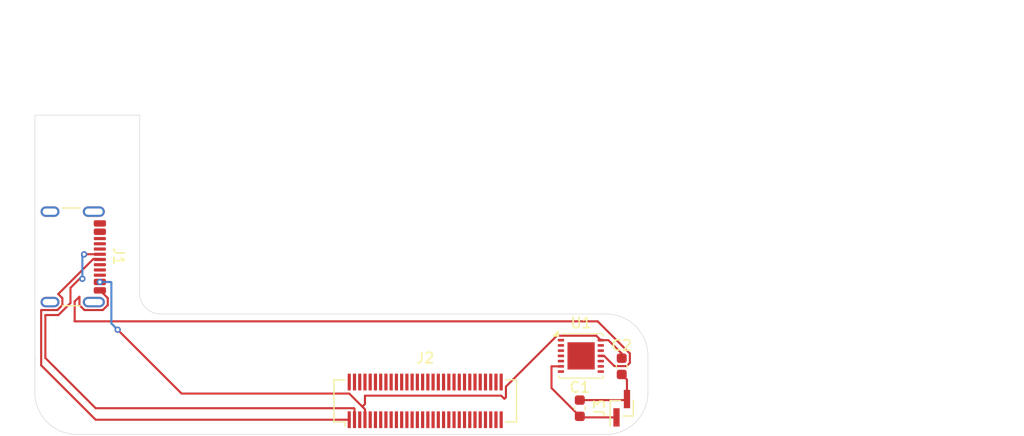
<source format=kicad_pcb>
(kicad_pcb (version 20241229) (generator "pcbnew") (generator_version "9.0")
  (layers (0 "F.Cu" signal) (2 "B.Cu" signal) (13 "F.Paste" user) (15 "B.Paste" user) (5 "F.SilkS" user "F.Silkscreen") (7 "B.SilkS" user "B.Silkscreen") (1 "F.Mask" user) (3 "B.Mask" user) (25 "Edge.Cuts" user))
  (net 0 "")
  (net 1 "Net-(U1-GND)")
  (net 2 "Net-(J3-Pin_1)")
  (net 13 "Net-(U1-CHG_IN)")
  (net 19 "Net-(J1-D--PadA7)")
  (net 22 "Net-(J1-D+-PadA6)")
  (net 81 "GND")
  (footprint "Package_SON:WSON-14-1EP_4.0x4.0mm_P0.5mm_EP2.6x2.6mm" (layer "F.Cu") (at 188.1 110)
    (property "Reference" "U1" (at 0.027363 -3.153276 0) (layer "F.SilkS"))
    (property "Value" "LP3947" (hide yes))
    (fp_line (start -2.1 1.89) (end -2.1 2.125) (stroke (width 0.1)) (layer "F.SilkS"))
    (fp_line (start 2.125 -2.125) (end -1.78 -2.125) (stroke (width 0.1)) (layer "F.SilkS"))
    (fp_line (start 2.125 -2.125) (end 2.125 -1.89) (stroke (width 0.1)) (layer "F.SilkS"))
    (fp_line (start 2.125 1.89) (end 2.125 2.125) (stroke (width 0.1)) (layer "F.SilkS"))
    (fp_line (start 2.125 2.125) (end -2.1 2.125) (stroke (width 0.1)) (layer "F.SilkS"))
    (fp_poly (pts (xy -2.14 -1.89) (xy -2.62 -1.89) (xy -2.14 -2.37) (xy -2.14 -1.89)) (stroke (width 0.12)) (fill yes) (layer "F.SilkS"))
    (pad "1" smd roundrect (at -1.9 -1.5 270) (size 0.25 0.6) (layers "F.Cu" "F.Mask" "F.Paste"))
    (pad "2" smd roundrect (at -1.9 -1 270) (size 0.25 0.6) (layers "F.Cu" "F.Mask" "F.Paste"))
    (pad "3" smd roundrect (at -1.9 -0.5 270) (size 0.25 0.6) (layers "F.Cu" "F.Mask" "F.Paste"))
    (pad "4" smd roundrect (at -1.9 0 270) (size 0.25 0.6) (layers "F.Cu" "F.Mask" "F.Paste") (net 2 "Net-(J3-Pin_1)"))
    (pad "5" smd roundrect (at -1.9 0.5 270) (size 0.25 0.6) (layers "F.Cu" "F.Mask" "F.Paste"))
    (pad "6" smd roundrect (at -1.9 1 270) (size 0.25 0.6) (layers "F.Cu" "F.Mask" "F.Paste") (net 2 "Net-(J3-Pin_1)"))
    (pad "7" smd roundrect (at -1.9 1.5 270) (size 0.25 0.6) (layers "F.Cu" "F.Mask" "F.Paste"))
    (pad "8" smd roundrect (at 1.9 1.5 270) (size 0.25 0.6) (layers "F.Cu" "F.Mask" "F.Paste"))
    (pad "9" smd roundrect (at 1.9 1 270) (size 0.25 0.6) (layers "F.Cu" "F.Mask" "F.Paste"))
    (pad "10" smd roundrect (at 1.9 0.5 270) (size 0.25 0.6) (layers "F.Cu" "F.Mask" "F.Paste"))
    (pad "11" smd roundrect (at 1.9 0 270) (size 0.25 0.6) (layers "F.Cu" "F.Mask" "F.Paste") (net 1 "Net-(U1-GND)"))
    (pad "12" smd roundrect (at 1.9 -0.5 270) (size 0.25 0.6) (layers "F.Cu" "F.Mask" "F.Paste"))
    (pad "13" smd roundrect (at 1.9 -1 270) (size 0.25 0.6) (layers "F.Cu" "F.Mask" "F.Paste"))
    (pad "14" smd roundrect (at 1.9 -1.5 270) (size 0.25 0.6) (layers "F.Cu" "F.Mask" "F.Paste") (net 13 "Net-(U1-CHG_IN)"))
    (pad "15" smd rect (at 0.025 0 270) (size 2.6 2.6) (layers "F.Cu" "F.Mask"))
  )
  (footprint "Capacitor_SMD:C_0603_1608Metric" (layer "F.Cu") (at 188 115 -90)
    (property "Reference" "C1" (at -2 0 180) (layer "F.SilkS"))
    (property "Value" "10uF")
    (fp_line (start -0.14058 0.51) (end 0.14058 0.51) (stroke (width 0.12)) (layer "F.SilkS"))
    (fp_line (start -0.14058 -0.51) (end 0.14058 -0.51) (stroke (width 0.12)) (layer "F.SilkS"))
    (pad "1" smd roundrect (at -0.775 0 270) (size 0.9 0.95) (layers "F.Cu" "F.Mask" "F.Paste") (net 81 "GND"))
    (pad "2" smd roundrect (at 0.775 0 270) (size 0.9 0.95) (layers "F.Cu" "F.Mask" "F.Paste") (net 2 "Net-(J3-Pin_1)"))
  )
  (footprint "Connector_Hirose:Hirose_DF12_DF12E3.0-60DP-0.5V_2x30_P0.50mm_Vertical" (layer "F.Cu") (at 173.25 114.3)
    (property "Reference" "J2" (at 0 -4.1 0) (layer "F.SilkS"))
    (property "Value" "DF12NC_3.0_-60DS-0.5V_51_" (hide yes))
    (fp_line (start -8.71 -2.01) (end -7.66 -2.01) (stroke (width 0.12)) (layer "F.SilkS"))
    (fp_line (start -8.71 2.01) (end -8.71 -2.01) (stroke (width 0.12)) (layer "F.SilkS"))
    (fp_line (start -7.66 2.01) (end -8.71 2.01) (stroke (width 0.12)) (layer "F.SilkS"))
    (fp_line (start -7.66 2.433333) (end -7.66 2.01) (stroke (width 0.12)) (layer "F.SilkS"))
    (fp_line (start 7.66 2.01) (end 8.71 2.01) (stroke (width 0.12)) (layer "F.SilkS"))
    (fp_line (start 8.71 -2.01) (end 7.66 -2.01) (stroke (width 0.12)) (layer "F.SilkS"))
    (fp_line (start 8.71 2.01) (end 8.71 -2.01) (stroke (width 0.12)) (layer "F.SilkS"))
    (pad "1" smd rect (at -7.25 1.8) (size 0.3 1.6) (layers "F.Cu" "F.Mask") (net 19 "Net-(J1-D--PadA7)"))
    (pad "2" smd rect (at -6.75 1.8) (size 0.3 1.6) (layers "F.Cu" "F.Mask") (net 22 "Net-(J1-D+-PadA6)"))
    (pad "3" smd rect (at -6.25 1.8) (size 0.3 1.6) (layers "F.Cu" "F.Mask"))
    (pad "4" smd rect (at -5.75 1.8) (size 0.3 1.6) (layers "F.Cu" "F.Mask") (net 13 "Net-(U1-CHG_IN)"))
    (pad "5" smd rect (at -5.25 1.8) (size 0.3 1.6) (layers "F.Cu" "F.Mask"))
    (pad "6" smd rect (at -4.75 1.8) (size 0.3 1.6) (layers "F.Cu" "F.Mask"))
    (pad "7" smd rect (at -4.25 1.8) (size 0.3 1.6) (layers "F.Cu" "F.Mask"))
    (pad "8" smd rect (at -3.75 1.8) (size 0.3 1.6) (layers "F.Cu" "F.Mask"))
    (pad "9" smd rect (at -3.25 1.8) (size 0.3 1.6) (layers "F.Cu" "F.Mask"))
    (pad "10" smd rect (at -2.75 1.8) (size 0.3 1.6) (layers "F.Cu" "F.Mask"))
    (pad "11" smd rect (at -2.25 1.8) (size 0.3 1.6) (layers "F.Cu" "F.Mask"))
    (pad "12" smd rect (at -1.75 1.8) (size 0.3 1.6) (layers "F.Cu" "F.Mask"))
    (pad "13" smd rect (at -1.25 1.8) (size 0.3 1.6) (layers "F.Cu" "F.Mask"))
    (pad "14" smd rect (at -0.75 1.8) (size 0.3 1.6) (layers "F.Cu" "F.Mask"))
    (pad "15" smd rect (at -0.25 1.8) (size 0.3 1.6) (layers "F.Cu" "F.Mask"))
    (pad "16" smd rect (at 0.25 1.8) (size 0.3 1.6) (layers "F.Cu" "F.Mask"))
    (pad "17" smd rect (at 0.75 1.8) (size 0.3 1.6) (layers "F.Cu" "F.Mask"))
    (pad "18" smd rect (at 1.25 1.8) (size 0.3 1.6) (layers "F.Cu" "F.Mask"))
    (pad "19" smd rect (at 1.75 1.8) (size 0.3 1.6) (layers "F.Cu" "F.Mask"))
    (pad "20" smd rect (at 2.25 1.8) (size 0.3 1.6) (layers "F.Cu" "F.Mask"))
    (pad "21" smd rect (at 2.75 1.8) (size 0.3 1.6) (layers "F.Cu" "F.Mask"))
    (pad "22" smd rect (at 3.25 1.8) (size 0.3 1.6) (layers "F.Cu" "F.Mask"))
    (pad "23" smd rect (at 3.75 1.8) (size 0.3 1.6) (layers "F.Cu" "F.Mask"))
    (pad "24" smd rect (at 4.25 1.8) (size 0.3 1.6) (layers "F.Cu" "F.Mask"))
    (pad "25" smd rect (at 4.75 1.8) (size 0.3 1.6) (layers "F.Cu" "F.Mask"))
    (pad "26" smd rect (at 5.25 1.8) (size 0.3 1.6) (layers "F.Cu" "F.Mask"))
    (pad "27" smd rect (at 5.75 1.8) (size 0.3 1.6) (layers "F.Cu" "F.Mask"))
    (pad "28" smd rect (at 6.25 1.8) (size 0.3 1.6) (layers "F.Cu" "F.Mask"))
    (pad "29" smd rect (at 6.75 1.8) (size 0.3 1.6) (layers "F.Cu" "F.Mask"))
    (pad "30" smd rect (at 7.25 1.8) (size 0.3 1.6) (layers "F.Cu" "F.Mask"))
    (pad "31" smd rect (at -7.25 -1.8) (size 0.3 1.6) (layers "F.Cu" "F.Mask"))
    (pad "32" smd rect (at -6.75 -1.8) (size 0.3 1.6) (layers "F.Cu" "F.Mask"))
    (pad "33" smd rect (at -6.25 -1.8) (size 0.3 1.6) (layers "F.Cu" "F.Mask"))
    (pad "34" smd rect (at -5.75 -1.8) (size 0.3 1.6) (layers "F.Cu" "F.Mask"))
    (pad "35" smd rect (at -5.25 -1.8) (size 0.3 1.6) (layers "F.Cu" "F.Mask"))
    (pad "36" smd rect (at -4.75 -1.8) (size 0.3 1.6) (layers "F.Cu" "F.Mask"))
    (pad "37" smd rect (at -4.25 -1.8) (size 0.3 1.6) (layers "F.Cu" "F.Mask"))
    (pad "38" smd rect (at -3.75 -1.8) (size 0.3 1.6) (layers "F.Cu" "F.Mask"))
    (pad "39" smd rect (at -3.25 -1.8) (size 0.3 1.6) (layers "F.Cu" "F.Mask"))
    (pad "40" smd rect (at -2.75 -1.8) (size 0.3 1.6) (layers "F.Cu" "F.Mask"))
    (pad "41" smd rect (at -2.25 -1.8) (size 0.3 1.6) (layers "F.Cu" "F.Mask"))
    (pad "42" smd rect (at -1.75 -1.8) (size 0.3 1.6) (layers "F.Cu" "F.Mask"))
    (pad "43" smd rect (at -1.25 -1.8) (size 0.3 1.6) (layers "F.Cu" "F.Mask"))
    (pad "44" smd rect (at -0.75 -1.8) (size 0.3 1.6) (layers "F.Cu" "F.Mask"))
    (pad "45" smd rect (at -0.25 -1.8) (size 0.3 1.6) (layers "F.Cu" "F.Mask"))
    (pad "46" smd rect (at 0.25 -1.8) (size 0.3 1.6) (layers "F.Cu" "F.Mask"))
    (pad "47" smd rect (at 0.75 -1.8) (size 0.3 1.6) (layers "F.Cu" "F.Mask"))
    (pad "48" smd rect (at 1.25 -1.8) (size 0.3 1.6) (layers "F.Cu" "F.Mask"))
    (pad "49" smd rect (at 1.75 -1.8) (size 0.3 1.6) (layers "F.Cu" "F.Mask"))
    (pad "50" smd rect (at 2.25 -1.8) (size 0.3 1.6) (layers "F.Cu" "F.Mask"))
    (pad "51" smd rect (at 2.75 -1.8) (size 0.3 1.6) (layers "F.Cu" "F.Mask"))
    (pad "52" smd rect (at 3.25 -1.8) (size 0.3 1.6) (layers "F.Cu" "F.Mask"))
    (pad "53" smd rect (at 3.75 -1.8) (size 0.3 1.6) (layers "F.Cu" "F.Mask"))
    (pad "54" smd rect (at 4.25 -1.8) (size 0.3 1.6) (layers "F.Cu" "F.Mask"))
    (pad "55" smd rect (at 4.75 -1.8) (size 0.3 1.6) (layers "F.Cu" "F.Mask"))
    (pad "56" smd rect (at 5.25 -1.8) (size 0.3 1.6) (layers "F.Cu" "F.Mask"))
    (pad "57" smd rect (at 5.75 -1.8) (size 0.3 1.6) (layers "F.Cu" "F.Mask"))
    (pad "58" smd rect (at 6.25 -1.8) (size 0.3 1.6) (layers "F.Cu" "F.Mask"))
    (pad "59" smd rect (at 6.75 -1.8) (size 0.3 1.6) (layers "F.Cu" "F.Mask"))
    (pad "60" smd rect (at 7.25 -1.8) (size 0.3 1.6) (layers "F.Cu" "F.Mask"))
  )
  (footprint "Capacitor_SMD:C_0603_1608Metric" (layer "F.Cu") (at 192 111 90)
    (property "Reference" "C2" (at 2 0 0) (layer "F.SilkS"))
    (property "Value" "1uF")
    (fp_line (start -0.14058 -0.51) (end 0.14058 -0.51) (stroke (width 0.12)) (layer "F.SilkS"))
    (fp_line (start -0.14058 0.51) (end 0.14058 0.51) (stroke (width 0.12)) (layer "F.SilkS"))
    (pad "1" smd roundrect (at -0.775 0 90) (size 0.9 0.95) (layers "F.Cu" "F.Mask" "F.Paste") (net 81 "GND"))
    (pad "2" smd roundrect (at 0.775 0 90) (size 0.9 0.95) (layers "F.Cu" "F.Mask" "F.Paste") (net 13 "Net-(U1-CHG_IN)"))
  )
  (footprint "Connector_PinHeader_1.00mm:PinHeader_1x02_P1.00mm_Vertical_SMD_Pin1Left" (layer "F.Cu") (at 192 115 90)
    (property "Reference" "J3" (at 0 -2.11 90) (layer "F.SilkS"))
    (property "Value" "Conn_01x02_MountingPin" (hide yes))
    (fp_line (start 0.745 -1.11) (end 0.745 -0.11) (stroke (width 0.12)) (layer "F.SilkS"))
    (fp_line (start -0.745 -1.11) (end 0.745 -1.11) (stroke (width 0.12)) (layer "F.SilkS"))
    (fp_line (start -0.745 -1.11) (end -0.745 -1.11) (stroke (width 0.12)) (layer "F.SilkS"))
    (fp_line (start -0.745 -1.11) (end -1.69 -1.11) (stroke (width 0.12)) (layer "F.SilkS"))
    (fp_line (start -0.745 0.11) (end -0.745 1.11) (stroke (width 0.12)) (layer "F.SilkS"))
    (fp_line (start 0.745 1.11) (end 0.745 1.11) (stroke (width 0.12)) (layer "F.SilkS"))
    (fp_line (start -0.745 1.11) (end 0.745 1.11) (stroke (width 0.12)) (layer "F.SilkS"))
    (pad "1" smd rect (at -0.875 -0.5 90) (size 1.75 0.6) (layers "F.Cu" "F.Mask" "F.Paste") (net 2 "Net-(J3-Pin_1)"))
    (pad "2" smd rect (at 0.875 0.5 90) (size 1.75 0.6) (layers "F.Cu" "F.Mask" "F.Paste") (net 81 "GND"))
  )
  (footprint "Connector_USB:USB_C_Receptacle_GCT_USB4105-xx-A_16P_TopMnt_Horizontal" (layer "F.Cu") (at 138.521492 100.541514 -90)
    (property "Reference" "J1" (at -0.041514 -5.478508 270) (layer "F.SilkS"))
    (property "Value" "USB_C_Receptacle_USB2.0_16P")
    (fp_line (start -4.67 -0.1) (end -4.67 -1.8) (stroke (width 0.12)) (layer "F.SilkS"))
    (fp_line (start 4.67 -0.1) (end 4.67 -1.8) (stroke (width 0.12)) (layer "F.SilkS"))
    (pad "" np_thru_hole circle (at -2.89 -2.605 270) (size 0.65 0.65) (drill 0.65) (layers "*.Cu" "*.Mask"))
    (pad "" np_thru_hole circle (at 2.89 -2.605 270) (size 0.65 0.65) (drill 0.65) (layers "*.Cu" "*.Mask"))
    (pad "A1" smd roundrect (at -3.2 -3.68 270) (size 0.6 1.15) (layers "F.Cu" "F.Mask" "F.Paste") (net 1 "Net-(U1-GND)"))
    (pad "A4" smd roundrect (at -2.4 -3.68 270) (size 0.6 1.15) (layers "F.Cu" "F.Mask" "F.Paste") (net 13 "Net-(U1-CHG_IN)"))
    (pad "A5" smd roundrect (at -1.25 -3.68 270) (size 0.3 1.15) (layers "F.Cu" "F.Mask" "F.Paste"))
    (pad "A6" smd roundrect (at -0.25 -3.68 270) (size 0.3 1.15) (layers "F.Cu" "F.Mask" "F.Paste") (net 22 "Net-(J1-D+-PadA6)"))
    (pad "A7" smd roundrect (at 0.25 -3.68 270) (size 0.3 1.15) (layers "F.Cu" "F.Mask" "F.Paste") (net 19 "Net-(J1-D--PadA7)"))
    (pad "A8" smd roundrect (at 1.25 -3.68 270) (size 0.3 1.15) (layers "F.Cu" "F.Mask" "F.Paste"))
    (pad "A9" smd roundrect (at 2.4 -3.68 270) (size 0.6 1.15) (layers "F.Cu" "F.Mask" "F.Paste") (net 13 "Net-(U1-CHG_IN)"))
    (pad "A12" smd roundrect (at 3.2 -3.68 270) (size 0.6 1.15) (layers "F.Cu" "F.Mask" "F.Paste") (net 1 "Net-(U1-GND)"))
    (pad "B1" smd roundrect (at 3.2 -3.68 270) (size 0.6 1.15) (layers "F.Cu" "F.Mask" "F.Paste") (net 1 "Net-(U1-GND)"))
    (pad "B4" smd roundrect (at 2.4 -3.68 270) (size 0.6 1.15) (layers "F.Cu" "F.Mask" "F.Paste") (net 13 "Net-(U1-CHG_IN)"))
    (pad "B5" smd roundrect (at 1.75 -3.68 270) (size 0.3 1.15) (layers "F.Cu" "F.Mask" "F.Paste"))
    (pad "B6" smd roundrect (at 0.75 -3.68 270) (size 0.3 1.15) (layers "F.Cu" "F.Mask" "F.Paste"))
    (pad "B7" smd roundrect (at -0.75 -3.68 270) (size 0.3 1.15) (layers "F.Cu" "F.Mask" "F.Paste"))
    (pad "B8" smd roundrect (at -1.75 -3.68 270) (size 0.3 1.15) (layers "F.Cu" "F.Mask" "F.Paste"))
    (pad "B9" smd roundrect (at -2.4 -3.68 270) (size 0.6 1.15) (layers "F.Cu" "F.Mask" "F.Paste") (net 13 "Net-(U1-CHG_IN)"))
    (pad "B12" smd roundrect (at -3.2 -3.68 270) (size 0.6 1.15) (layers "F.Cu" "F.Mask" "F.Paste") (net 1 "Net-(U1-GND)"))
    (pad "S1" thru_hole oval (at -4.32 -3.105 270) (size 1 2.1) (drill oval 0.6 1.7) (property pad_prop_heatsink) (layers "*.Cu" "*.Mask" "F.Paste"))
    (pad "S1" thru_hole oval (at -4.32 1.075 270) (size 1 1.8) (drill oval 0.6 1.4) (property pad_prop_heatsink) (layers "*.Cu" "*.Mask" "F.Paste"))
    (pad "S1" thru_hole oval (at 4.32 -3.105 270) (size 1 2.1) (drill oval 0.6 1.7) (property pad_prop_heatsink) (layers "*.Cu" "*.Mask" "F.Paste"))
    (pad "S1" thru_hole oval (at 4.32 1.075 270) (size 1 1.8) (drill oval 0.6 1.4) (property pad_prop_heatsink) (layers "*.Cu" "*.Mask" "F.Paste"))
  )
  (gr_line (start 148 106) (end 190.5 106) (stroke (width 0.05)) (layer "Edge.Cuts"))
  (gr_arc (start 140 117.5) (mid 137.171573 116.328427) (end 136 113.5) (stroke (width 0.05)) (layer "Edge.Cuts"))
  (gr_line (start 194.5 110) (end 194.5 113.5) (stroke (width 0.05)) (layer "Edge.Cuts"))
  (gr_line (start 190.5 117.5) (end 140 117.5) (stroke (width 0.05)) (layer "Edge.Cuts"))
  (gr_line (start 136 87) (end 146 87) (stroke (width 0.05)) (layer "Edge.Cuts"))
  (gr_arc (start 194.5 113.5) (mid 193.328427 116.328427) (end 190.5 117.5) (stroke (width 0.05)) (layer "Edge.Cuts"))
  (gr_line (start 136 111) (end 136 87) (stroke (width 0.05)) (layer "Edge.Cuts"))
  (gr_arc (start 148 106) (mid 146.585786 105.414214) (end 146 104) (stroke (width 0.05)) (layer "Edge.Cuts"))
  (gr_line (start 136 113.5) (end 136 110) (stroke (width 0.05)) (layer "Edge.Cuts"))
  (gr_arc (start 190.5 106) (mid 193.328427 107.171573) (end 194.5 110) (stroke (width 0.05)) (layer "Edge.Cuts"))
  (gr_line (start 146 87) (end 146 104) (stroke (width 0.05)) (layer "Edge.Cuts"))
  (segment (start 140.723215 105.621) (end 142.486785 105.621) (width 0.2) (layer "F.Cu") (net 1))
  (segment (start 190 110) (end 190.315798 110) (width 0.2) (layer "F.Cu") (net 1))
  (segment (start 140.254 105.151785) (end 140.723215 105.621) (width 0.2) (layer "F.Cu") (net 1))
  (segment (start 190.315798 110) (end 191.291798 110.976) (width 0.2) (layer "F.Cu") (net 1))
  (segment (start 142.486785 105.621) (end 142.956 105.151785) (width 0.2) (layer "F.Cu") (net 1))
  (segment (start 192.47411 110.976) (end 192.776 110.67411) (width 0.2) (layer "F.Cu") (net 1))
  (segment (start 142.956 105.151785) (end 142.956 104.476) (width 0.2) (layer "F.Cu") (net 1))
  (segment (start 139.8 106.7) (end 139.8 104.8) (width 0.2) (layer "F.Cu") (net 1))
  (segment (start 192.776 110.67411) (end 192.776 109.77589) (width 0.2) (layer "F.Cu") (net 1))
  (segment (start 192.776 109.77589) (end 189.70011 106.7) (width 0.2) (layer "F.Cu") (net 1))
  (segment (start 140.254 104.346) (end 140.254 105.151785) (width 0.2) (layer "F.Cu") (net 1))
  (segment (start 189.70011 106.7) (end 139.8 106.7) (width 0.2) (layer "F.Cu") (net 1))
  (segment (start 142.956 104.476) (end 142.18 103.7) (width 0.2) (layer "F.Cu") (net 1))
  (segment (start 139.8 104.8) (end 140.254 104.346) (width 0.2) (layer "F.Cu") (net 1))
  (segment (start 191.291798 110.976) (end 192.47411 110.976) (width 0.2) (layer "F.Cu") (net 1))
  (segment (start 185.3 113.075) (end 185.3 111) (width 0.2) (layer "F.Cu") (net 2))
  (segment (start 185.3 111) (end 186.2 111) (width 0.2) (layer "F.Cu") (net 2))
  (segment (start 188.1 115.875) (end 188 115.775) (width 0.2) (layer "F.Cu") (net 2))
  (segment (start 191.5 115.875) (end 188.1 115.875) (width 0.2) (layer "F.Cu") (net 2))
  (segment (start 188 115.775) (end 185.3 113.075) (width 0.2) (layer "F.Cu") (net 2))
  (segment (start 190 108.5) (end 189.574 108.074) (width 0.2) (layer "F.Cu") (net 13))
  (segment (start 180.951 112.933202) (end 180.951 113.949) (width 0.2) (layer "F.Cu") (net 13))
  (segment (start 180.8 114.1) (end 180.5 113.8) (width 0.2) (layer "F.Cu") (net 13))
  (segment (start 167.5 113.8) (end 167.5 114.6) (width 0.2) (layer "F.Cu") (net 13))
  (segment (start 192 109.775) (end 192 110.225) (width 0.2) (layer "F.Cu") (net 13))
  (segment (start 190 108.5) (end 190.725 108.5) (width 0.2) (layer "F.Cu") (net 13))
  (segment (start 167.5 116.1) (end 167.5 115.1) (width 0.2) (layer "F.Cu") (net 13))
  (segment (start 180.5 113.8) (end 167.5 113.8) (width 0.2) (layer "F.Cu") (net 13))
  (segment (start 189.574 108.074) (end 185.810202 108.074) (width 0.2) (layer "F.Cu") (net 13))
  (segment (start 185.810202 108.074) (end 180.951 112.933202) (width 0.2) (layer "F.Cu") (net 13))
  (segment (start 167.5 115.1) (end 167.25 114.85) (width 0.2) (layer "F.Cu") (net 13))
  (segment (start 167.25 114.85) (end 166.001 113.601) (width 0.2) (layer "F.Cu") (net 13))
  (segment (start 190.725 108.5) (end 192 109.775) (width 0.2) (layer "F.Cu") (net 13))
  (segment (start 167.5 114.6) (end 167.25 114.85) (width 0.2) (layer "F.Cu") (net 13))
  (segment (start 150.001 113.601) (end 143.9 107.5) (width 0.2) (layer "F.Cu") (net 13))
  (segment (start 180.951 113.949) (end 180.8 114.1) (width 0.2) (layer "F.Cu") (net 13))
  (segment (start 166.001 113.601) (end 150.001 113.601) (width 0.2) (layer "F.Cu") (net 13))
  (via (at 143.9 107.5) (size 0.6) (drill 0.3) (layers "F.Cu" "B.Cu") (net 13))
  (via (at 142.201492 102.941514) (size 0.6) (drill 0.3) (layers "F.Cu" "B.Cu") (net 13))
  (segment (start 143.3 106.9) (end 143.3 103) (width 0.2) (layer "B.Cu") (net 13))
  (segment (start 143.241514 102.941514) (end 142.201492 102.941514) (width 0.2) (layer "B.Cu") (net 13))
  (segment (start 143.9 107.5) (end 143.3 106.9) (width 0.2) (layer "B.Cu") (net 13))
  (segment (start 143.3 103) (end 143.241514 102.941514) (width 0.2) (layer "B.Cu") (net 13))
  (segment (start 138.626 105.151785) (end 138.626 104.488215) (width 0.2) (layer "F.Cu") (net 19))
  (segment (start 136.601 105.621) (end 138.156785 105.621) (width 0.2) (layer "F.Cu") (net 19))
  (segment (start 138.229481 104.091695) (end 141.571176 100.75) (width 0.2) (layer "F.Cu") (net 19))
  (segment (start 138.626 104.488215) (end 138.229481 104.091695) (width 0.2) (layer "F.Cu") (net 19))
  (segment (start 141.571176 100.75) (end 142.18 100.75) (width 0.2) (layer "F.Cu") (net 19))
  (segment (start 138.156785 105.621) (end 138.626 105.151785) (width 0.2) (layer "F.Cu") (net 19))
  (segment (start 136.601 110.901) (end 136.601 105.621) (width 0.2) (layer "F.Cu") (net 19))
  (segment (start 166 116.1) (end 141.8 116.1) (width 0.2) (layer "F.Cu") (net 19))
  (segment (start 141.8 116.1) (end 136.601 110.901) (width 0.2) (layer "F.Cu") (net 19))
  (segment (start 139.399 104.945885) (end 139.399 103.501) (width 0.2) (layer "F.Cu") (net 22))
  (segment (start 137.002 110.202) (end 137.002 106.1) (width 0.2) (layer "F.Cu") (net 22))
  (segment (start 140.4 102.5) (end 140.534853 102.634853) (width 0.2) (layer "F.Cu") (net 22))
  (segment (start 139.399 103.501) (end 140.4 102.5) (width 0.2) (layer "F.Cu") (net 22))
  (segment (start 138.244885 106.1) (end 139.399 104.945885) (width 0.2) (layer "F.Cu") (net 22))
  (segment (start 166.5 115.048) (end 166.452 115) (width 0.2) (layer "F.Cu") (net 22))
  (segment (start 141.8 115) (end 137.002 110.202) (width 0.2) (layer "F.Cu") (net 22))
  (segment (start 166.5 116.1) (end 166.5 115.048) (width 0.2) (layer "F.Cu") (net 22))
  (segment (start 142.201492 100.291514) (end 140.708486 100.291514) (width 0.2) (layer "F.Cu") (net 22))
  (segment (start 166.452 115) (end 141.8 115) (width 0.2) (layer "F.Cu") (net 22))
  (segment (start 137.002 106.1) (end 138.244885 106.1) (width 0.2) (layer "F.Cu") (net 22))
  (segment (start 140.708486 100.291514) (end 140.7 100.3) (width 0.2) (layer "F.Cu") (net 22))
  (via (at 140.7 100.3) (size 0.6) (drill 0.3) (layers "F.Cu" "B.Cu") (net 22))
  (via (at 140.534853 102.634853) (size 0.6) (drill 0.3) (layers "F.Cu" "B.Cu") (net 22))
  (segment (start 140.7 100.3) (end 140.534853 100.465147) (width 0.2) (layer "B.Cu") (net 22))
  (segment (start 140.534853 100.465147) (end 140.534853 102.634853) (width 0.2) (layer "B.Cu") (net 22))
  (segment (start 192.5 112.275) (end 192 111.775) (width 0.2) (layer "F.Cu") (net 81))
  (segment (start 188 114.225) (end 192.4 114.225) (width 0.2) (layer "F.Cu") (net 81))
  (segment (start 192.4 114.225) (end 192.5 114.125) (width 0.2) (layer "F.Cu") (net 81))
  (segment (start 192.5 114.125) (end 192.5 112.275) (width 0.2) (layer "F.Cu") (net 81))
)
</source>
